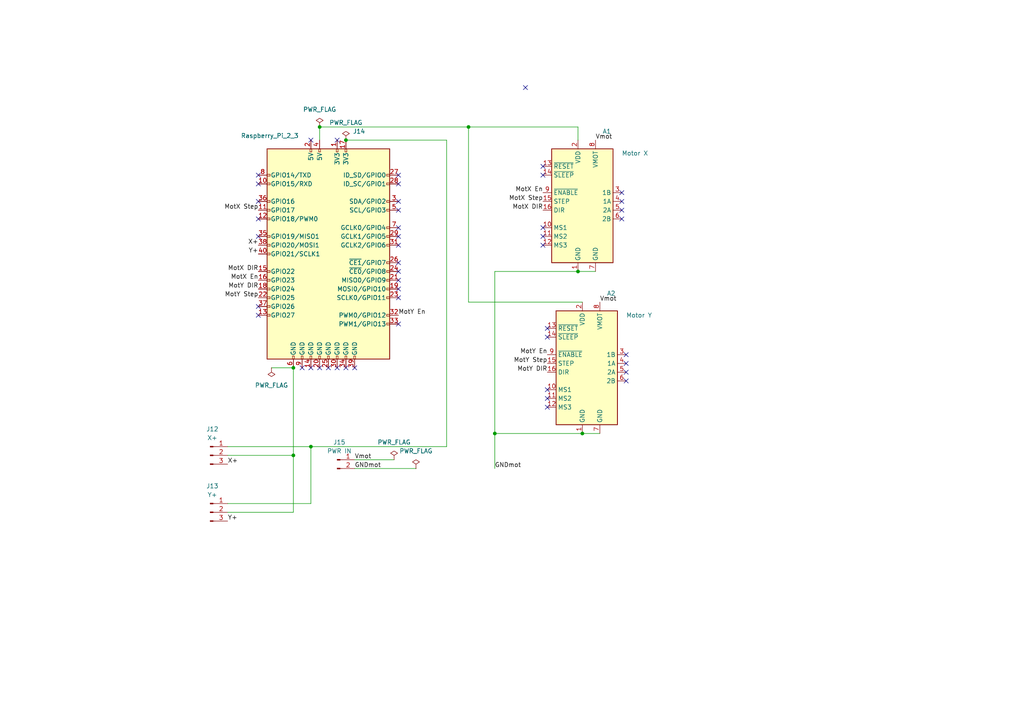
<source format=kicad_sch>
(kicad_sch (version 20211123) (generator eeschema)
  (paper "A4")
  (lib_symbols
    (symbol "Connector:Conn_01x02_Male" (pin_names (offset 1.016) hide)
      (property "Reference" "J" (at 0 2.54 0))
      (property "Value" "Conn_01x02_Male" (at 0 -5.08 0))
      (symbol "Conn_01x02_Male_1_1"
        (polyline (pts (xy 1.27 -2.54) (xy 0.8636 -2.54)) (stroke (width 0.1524)))
        (polyline (pts (xy 1.27 0) (xy 0.8636 0)) (stroke (width 0.1524)))
        (rectangle (start 0.8636 -2.413) (end 0 -2.667) (stroke (width 0.1524)) (fill (type outline)))
        (rectangle (start 0.8636 0.127) (end 0 -0.127) (stroke (width 0.1524)) (fill (type outline)))
        (pin passive line (at 5.08 0 180) (length 3.81) (name "Pin_1") (number "1"))
        (pin passive line (at 5.08 -2.54 180) (length 3.81) (name "Pin_2") (number "2"))
      )
    )
    (symbol "Connector:Conn_01x03_Male" (pin_names (offset 1.016) hide)
      (property "Reference" "J" (at 0 5.08 0))
      (property "Value" "Conn_01x03_Male" (at 0 -5.08 0))
      (symbol "Conn_01x03_Male_1_1"
        (polyline (pts (xy 1.27 -2.54) (xy 0.8636 -2.54)) (stroke (width 0.1524)))
        (polyline (pts (xy 1.27 0) (xy 0.8636 0)) (stroke (width 0.1524)))
        (polyline (pts (xy 1.27 2.54) (xy 0.8636 2.54)) (stroke (width 0.1524)))
        (rectangle (start 0.8636 -2.413) (end 0 -2.667) (stroke (width 0.1524)) (fill (type outline)))
        (rectangle (start 0.8636 0.127) (end 0 -0.127) (stroke (width 0.1524)) (fill (type outline)))
        (rectangle (start 0.8636 2.667) (end 0 2.413) (stroke (width 0.1524)) (fill (type outline)))
        (pin passive line (at 5.08 2.54 180) (length 3.81) (name "Pin_1") (number "1"))
        (pin passive line (at 5.08 0 180) (length 3.81) (name "Pin_2") (number "2"))
        (pin passive line (at 5.08 -2.54 180) (length 3.81) (name "Pin_3") (number "3"))
      )
    )
    (symbol "Connector:Raspberry_Pi_2_3" (pin_names (offset 1.016))
      (property "Reference" "J" (at -17.78 31.75 0))
      (property "Value" "Raspberry_Pi_2_3" (at 10.16 -31.75 0))
      (symbol "Raspberry_Pi_2_3_0_1"
        (rectangle (start -17.78 30.48) (end 17.78 -30.48) (stroke (width 0.254)) (fill (type background)))
      )
      (symbol "Raspberry_Pi_2_3_1_1"
        (rectangle (start -16.891 -17.526) (end -17.78 -18.034))
        (rectangle (start -16.891 -14.986) (end -17.78 -15.494))
        (rectangle (start -16.891 -12.446) (end -17.78 -12.954))
        (rectangle (start -16.891 -9.906) (end -17.78 -10.414))
        (rectangle (start -16.891 -7.366) (end -17.78 -7.874))
        (rectangle (start -16.891 -4.826) (end -17.78 -5.334))
        (rectangle (start -16.891 0.254) (end -17.78 -0.254))
        (rectangle (start -16.891 2.794) (end -17.78 2.286))
        (rectangle (start -16.891 5.334) (end -17.78 4.826))
        (rectangle (start -16.891 10.414) (end -17.78 9.906))
        (rectangle (start -16.891 12.954) (end -17.78 12.446))
        (rectangle (start -16.891 15.494) (end -17.78 14.986))
        (rectangle (start -16.891 20.574) (end -17.78 20.066))
        (rectangle (start -16.891 23.114) (end -17.78 22.606))
        (rectangle (start -10.414 -29.591) (end -9.906 -30.48))
        (rectangle (start -7.874 -29.591) (end -7.366 -30.48))
        (rectangle (start -5.334 -29.591) (end -4.826 -30.48))
        (rectangle (start -5.334 30.48) (end -4.826 29.591))
        (rectangle (start -2.794 -29.591) (end -2.286 -30.48))
        (rectangle (start -2.794 30.48) (end -2.286 29.591))
        (rectangle (start -0.254 -29.591) (end 0.254 -30.48))
        (rectangle (start 2.286 -29.591) (end 2.794 -30.48))
        (rectangle (start 2.286 30.48) (end 2.794 29.591))
        (rectangle (start 4.826 -29.591) (end 5.334 -30.48))
        (rectangle (start 4.826 30.48) (end 5.334 29.591))
        (rectangle (start 7.366 -29.591) (end 7.874 -30.48))
        (rectangle (start 17.78 -20.066) (end 16.891 -20.574))
        (rectangle (start 17.78 -17.526) (end 16.891 -18.034))
        (rectangle (start 17.78 -12.446) (end 16.891 -12.954))
        (rectangle (start 17.78 -9.906) (end 16.891 -10.414))
        (rectangle (start 17.78 -7.366) (end 16.891 -7.874))
        (rectangle (start 17.78 -4.826) (end 16.891 -5.334))
        (rectangle (start 17.78 -2.286) (end 16.891 -2.794))
        (rectangle (start 17.78 2.794) (end 16.891 2.286))
        (rectangle (start 17.78 5.334) (end 16.891 4.826))
        (rectangle (start 17.78 7.874) (end 16.891 7.366))
        (rectangle (start 17.78 12.954) (end 16.891 12.446))
        (rectangle (start 17.78 15.494) (end 16.891 14.986))
        (rectangle (start 17.78 20.574) (end 16.891 20.066))
        (rectangle (start 17.78 23.114) (end 16.891 22.606))
        (pin power_in line (at 2.54 33.02 270) (length 2.54) (name "3V3") (number "1"))
        (pin bidirectional line (at -20.32 20.32 0) (length 2.54) (name "GPIO15/RXD") (number "10"))
        (pin bidirectional line (at -20.32 12.7 0) (length 2.54) (name "GPIO17") (number "11"))
        (pin bidirectional line (at -20.32 10.16 0) (length 2.54) (name "GPIO18/PWM0") (number "12"))
        (pin bidirectional line (at -20.32 -17.78 0) (length 2.54) (name "GPIO27") (number "13"))
        (pin power_in line (at -5.08 -33.02 90) (length 2.54) (name "GND") (number "14"))
        (pin bidirectional line (at -20.32 -5.08 0) (length 2.54) (name "GPIO22") (number "15"))
        (pin bidirectional line (at -20.32 -7.62 0) (length 2.54) (name "GPIO23") (number "16"))
        (pin power_in line (at 5.08 33.02 270) (length 2.54) (name "3V3") (number "17"))
        (pin bidirectional line (at -20.32 -10.16 0) (length 2.54) (name "GPIO24") (number "18"))
        (pin bidirectional line (at 20.32 -10.16 180) (length 2.54) (name "MOSI0/GPIO10") (number "19"))
        (pin power_in line (at -5.08 33.02 270) (length 2.54) (name "5V") (number "2"))
        (pin power_in line (at -2.54 -33.02 90) (length 2.54) (name "GND") (number "20"))
        (pin bidirectional line (at 20.32 -7.62 180) (length 2.54) (name "MISO0/GPIO9") (number "21"))
        (pin bidirectional line (at -20.32 -12.7 0) (length 2.54) (name "GPIO25") (number "22"))
        (pin bidirectional line (at 20.32 -12.7 180) (length 2.54) (name "SCLK0/GPIO11") (number "23"))
        (pin bidirectional line (at 20.32 -5.08 180) (length 2.54) (name "~{CE0}/GPIO8") (number "24"))
        (pin power_in line (at 0 -33.02 90) (length 2.54) (name "GND") (number "25"))
        (pin bidirectional line (at 20.32 -2.54 180) (length 2.54) (name "~{CE1}/GPIO7") (number "26"))
        (pin bidirectional line (at 20.32 22.86 180) (length 2.54) (name "ID_SD/GPIO0") (number "27"))
        (pin bidirectional line (at 20.32 20.32 180) (length 2.54) (name "ID_SC/GPIO1") (number "28"))
        (pin bidirectional line (at 20.32 5.08 180) (length 2.54) (name "GCLK1/GPIO5") (number "29"))
        (pin bidirectional line (at 20.32 15.24 180) (length 2.54) (name "SDA/GPIO2") (number "3"))
        (pin power_in line (at 2.54 -33.02 90) (length 2.54) (name "GND") (number "30"))
        (pin bidirectional line (at 20.32 2.54 180) (length 2.54) (name "GCLK2/GPIO6") (number "31"))
        (pin bidirectional line (at 20.32 -17.78 180) (length 2.54) (name "PWM0/GPIO12") (number "32"))
        (pin bidirectional line (at 20.32 -20.32 180) (length 2.54) (name "PWM1/GPIO13") (number "33"))
        (pin power_in line (at 5.08 -33.02 90) (length 2.54) (name "GND") (number "34"))
        (pin bidirectional line (at -20.32 5.08 0) (length 2.54) (name "GPIO19/MISO1") (number "35"))
        (pin bidirectional line (at -20.32 15.24 0) (length 2.54) (name "GPIO16") (number "36"))
        (pin bidirectional line (at -20.32 -15.24 0) (length 2.54) (name "GPIO26") (number "37"))
        (pin bidirectional line (at -20.32 2.54 0) (length 2.54) (name "GPIO20/MOSI1") (number "38"))
        (pin power_in line (at 7.62 -33.02 90) (length 2.54) (name "GND") (number "39"))
        (pin power_in line (at -2.54 33.02 270) (length 2.54) (name "5V") (number "4"))
        (pin bidirectional line (at -20.32 0 0) (length 2.54) (name "GPIO21/SCLK1") (number "40"))
        (pin bidirectional line (at 20.32 12.7 180) (length 2.54) (name "SCL/GPIO3") (number "5"))
        (pin power_in line (at -10.16 -33.02 90) (length 2.54) (name "GND") (number "6"))
        (pin bidirectional line (at 20.32 7.62 180) (length 2.54) (name "GCLK0/GPIO4") (number "7"))
        (pin bidirectional line (at -20.32 22.86 0) (length 2.54) (name "GPIO14/TXD") (number "8"))
        (pin power_in line (at -7.62 -33.02 90) (length 2.54) (name "GND") (number "9"))
      )
    )
    (symbol "Driver_Motor:Pololu_Breakout_A4988"
      (property "Reference" "A" (at -2.54 19.05 0))
      (property "Value" "Pololu_Breakout_A4988" (at -2.54 16.51 0))
      (symbol "Pololu_Breakout_A4988_0_1"
        (rectangle (start 10.16 -17.78) (end -7.62 15.24) (stroke (width 0.254)) (fill (type background)))
      )
      (symbol "Pololu_Breakout_A4988_1_1"
        (pin power_in line (at 0 -20.32 90) (length 2.54) (name "GND") (number "1"))
        (pin input line (at -10.16 -7.62 0) (length 2.54) (name "MS1") (number "10"))
        (pin input line (at -10.16 -10.16 0) (length 2.54) (name "MS2") (number "11"))
        (pin input line (at -10.16 -12.7 0) (length 2.54) (name "MS3") (number "12"))
        (pin input line (at -10.16 10.16 0) (length 2.54) (name "~{RESET}") (number "13"))
        (pin input line (at -10.16 7.62 0) (length 2.54) (name "~{SLEEP}") (number "14"))
        (pin input line (at -10.16 0 0) (length 2.54) (name "STEP") (number "15"))
        (pin input line (at -10.16 -2.54 0) (length 2.54) (name "DIR") (number "16"))
        (pin power_in line (at 0 17.78 270) (length 2.54) (name "VDD") (number "2"))
        (pin output line (at 12.7 2.54 180) (length 2.54) (name "1B") (number "3"))
        (pin output line (at 12.7 0 180) (length 2.54) (name "1A") (number "4"))
        (pin output line (at 12.7 -2.54 180) (length 2.54) (name "2A") (number "5"))
        (pin output line (at 12.7 -5.08 180) (length 2.54) (name "2B") (number "6"))
        (pin power_in line (at 5.08 -20.32 90) (length 2.54) (name "GND") (number "7"))
        (pin power_in line (at 5.08 17.78 270) (length 2.54) (name "VMOT") (number "8"))
        (pin input line (at -10.16 2.54 0) (length 2.54) (name "~{ENABLE}") (number "9"))
      )
    )
    (symbol "power:PWR_FLAG" (power) (pin_numbers hide) (pin_names (offset 0) hide)
      (property "Value" "PWR_FLAG" (at 0 3.81 0))
      (symbol "PWR_FLAG_0_0"
        (pin power_out line (at 0 0 90) (length 0) (name "pwr") (number "1"))
      )
      (symbol "PWR_FLAG_0_1"
        (polyline (pts (xy 0 0) (xy 0 1.27) (xy -1.016 1.905) (xy 0 2.54) (xy 1.016 1.905) (xy 0 1.27)))
      )
    )
  )
  (junction (at 168.91 125.73))
  (junction (at 85.09 132.08))
  (junction (at 85.09 106.68))
  (junction (at 92.71 36.83))
  (junction (at 143.51 125.73))
  (junction (at 100.33 40.64))
  (junction (at 167.64 78.74))
  (junction (at 90.17 129.54))
  (junction (at 135.89 36.83))
  (no_connect (at 158.75 118.11))
  (no_connect (at 157.48 50.8))
  (no_connect (at 152.4 25.4))
  (no_connect (at 97.79 40.64))
  (no_connect (at 90.17 40.64))
  (no_connect (at 158.75 115.57))
  (no_connect (at 158.75 95.25))
  (no_connect (at 157.48 48.26))
  (no_connect (at 158.75 113.03))
  (no_connect (at 158.75 97.79))
  (no_connect (at 157.48 71.12))
  (no_connect (at 157.48 68.58))
  (no_connect (at 157.48 66.04))
  (no_connect (at 180.34 63.5))
  (no_connect (at 180.34 60.96))
  (no_connect (at 180.34 58.42))
  (no_connect (at 180.34 55.88))
  (no_connect (at 115.57 50.8))
  (no_connect (at 115.57 53.34))
  (no_connect (at 115.57 58.42))
  (no_connect (at 115.57 60.96))
  (no_connect (at 74.93 91.44))
  (no_connect (at 74.93 88.9))
  (no_connect (at 115.57 78.74))
  (no_connect (at 115.57 76.2))
  (no_connect (at 115.57 71.12))
  (no_connect (at 115.57 68.58))
  (no_connect (at 115.57 66.04))
  (no_connect (at 115.57 93.98))
  (no_connect (at 115.57 86.36))
  (no_connect (at 115.57 83.82))
  (no_connect (at 115.57 81.28))
  (no_connect (at 74.93 50.8))
  (no_connect (at 74.93 53.34))
  (no_connect (at 74.93 58.42))
  (no_connect (at 74.93 68.58))
  (no_connect (at 74.93 63.5))
  (no_connect (at 181.61 105.41))
  (no_connect (at 181.61 107.95))
  (no_connect (at 181.61 102.87))
  (no_connect (at 181.61 110.49))
  (no_connect (at 87.63 106.68))
  (no_connect (at 90.17 106.68))
  (no_connect (at 92.71 106.68))
  (no_connect (at 97.79 106.68))
  (no_connect (at 95.25 106.68))
  (no_connect (at 100.33 106.68))
  (no_connect (at 102.87 106.68))
  (wire (pts (xy 85.09 106.68) (xy 85.09 132.08)))
  (wire (pts (xy 143.51 135.89) (xy 143.51 125.73)))
  (wire (pts (xy 85.09 132.08) (xy 66.04 132.08)))
  (wire (pts (xy 143.51 78.74) (xy 143.51 125.73)))
  (wire (pts (xy 168.91 87.63) (xy 135.89 87.63)))
  (wire (pts (xy 85.09 148.59) (xy 66.04 148.59)))
  (wire (pts (xy 100.33 40.64) (xy 129.54 40.64)))
  (wire (pts (xy 78.74 106.68) (xy 85.09 106.68)))
  (wire (pts (xy 102.87 133.35) (xy 114.3 133.35)))
  (wire (pts (xy 66.04 129.54) (xy 90.17 129.54)))
  (wire (pts (xy 168.91 125.73) (xy 143.51 125.73)))
  (wire (pts (xy 167.64 78.74) (xy 172.72 78.74)))
  (wire (pts (xy 92.71 36.83) (xy 135.89 36.83)))
  (wire (pts (xy 90.17 146.05) (xy 90.17 129.54)))
  (wire (pts (xy 85.09 132.08) (xy 85.09 148.59)))
  (wire (pts (xy 92.71 40.64) (xy 92.71 36.83)))
  (wire (pts (xy 90.17 129.54) (xy 129.54 129.54)))
  (wire (pts (xy 129.54 40.64) (xy 129.54 129.54)))
  (wire (pts (xy 143.51 78.74) (xy 167.64 78.74)))
  (wire (pts (xy 102.87 135.89) (xy 120.65 135.89)))
  (wire (pts (xy 135.89 36.83) (xy 167.64 36.83)))
  (wire (pts (xy 168.91 125.73) (xy 173.99 125.73)))
  (wire (pts (xy 167.64 36.83) (xy 167.64 40.64)))
  (wire (pts (xy 135.89 87.63) (xy 135.89 36.83)))
  (wire (pts (xy 66.04 146.05) (xy 90.17 146.05)))
  (label "MotX DIR" (at 157.48 60.96 180))
  (label "X+" (at 66.04 134.62 0))
  (label "Y+" (at 66.04 151.13 0))
  (label "GNDmot" (at 102.87 135.89 0))
  (label "Y+" (at 74.93 73.66 180))
  (label "MotY Step" (at 74.93 86.36 180))
  (label "MotX Step" (at 157.48 58.42 180))
  (label "MotY DIR" (at 158.75 107.95 180))
  (label "MotY En" (at 115.57 91.44 0))
  (label "Vmot" (at 102.87 133.35 0))
  (label "MotY DIR" (at 74.93 83.82 180))
  (label "MotY Step" (at 158.75 105.41 180))
  (label "Vmot" (at 172.72 40.64 0))
  (label "MotY En" (at 158.75 102.87 180))
  (label "GNDmot" (at 143.51 135.89 0))
  (label "MotX En" (at 157.48 55.88 180))
  (label "MotX En" (at 74.93 81.28 180))
  (label "Vmot" (at 173.99 87.63 0))
  (label "MotX DIR" (at 74.93 78.74 180))
  (label "X+" (at 74.93 71.12 180))
  (label "MotX Step" (at 74.93 60.96 180))
  (symbol (lib_id "Connector:Conn_01x02_Male") (at 97.79 133.35 0) (unit 1)
    (property "Reference" "J15" (at 98.425 128.27 0))
    (property "Value" "PWR IN" (at 98.425 130.81 0))
    (property "Footprint" "Connector_JST:JST_XH_B2B-XH-A_1x02_P2.50mm_Vertical" (effects hide))
  )
  (symbol (lib_id "power:PWR_FLAG") (at 92.71 36.83 0) (unit 1)
    (property "Reference" "#FLG01" (effects hide))
    (property "Value" "PWR_FLAG" (at 92.71 31.75 0))
  )
  (symbol (lib_id "power:PWR_FLAG") (at 100.33 40.64 0) (unit 1)
    (property "Reference" "#FLG0106" (effects hide))
    (property "Value" "PWR_FLAG" (at 100.33 35.56 0))
  )
  (symbol (lib_id "Connector:Conn_01x03_Male") (at 60.96 132.08 0) (unit 1)
    (property "Reference" "J12" (at 61.595 124.46 0))
    (property "Value" "X+" (at 61.595 127 0))
    (property "Footprint" "Connector_JST:JST_XH_B3B-XH-A_1x03_P2.50mm_Vertical" (effects hide))
  )
  (symbol (lib_id "Driver_Motor:Pololu_Breakout_A4988") (at 167.64 58.42 0) (unit 1)
    (property "Reference" "A1" (at 174.7394 38.1 0) (effects (justify left)))
    (property "Value" "Motor X" (at 180.34 44.45 0) (effects (justify left)))
    (property "Footprint" "Module:Pololu_Breakout-16_15.2x20.3mm" (effects hide))
    (property "Datasheet" "https://www.pololu.com/product/2980/pictures" (effects hide))
  )
  (symbol (lib_id "power:PWR_FLAG") (at 120.65 135.89 0) (unit 1)
    (property "Reference" "#FLG0103" (effects hide))
    (property "Value" "PWR_FLAG" (at 120.65 130.81 0))
  )
  (symbol (lib_id "power:PWR_FLAG") (at 78.74 106.68 180) (unit 1)
    (property "Reference" "#FLG02" (effects hide))
    (property "Value" "PWR_FLAG" (at 78.74 111.76 0))
  )
  (symbol (lib_id "power:PWR_FLAG") (at 114.3 133.35 0) (unit 1)
    (property "Reference" "#FLG0102" (effects hide))
    (property "Value" "PWR_FLAG" (at 114.3 128.27 0))
  )
  (symbol (lib_id "Driver_Motor:Pololu_Breakout_A4988") (at 168.91 105.41 0) (unit 1)
    (property "Reference" "A2" (at 176.0094 85.09 0) (effects (justify left)))
    (property "Value" "Motor Y" (at 181.61 91.44 0) (effects (justify left)))
    (property "Footprint" "Module:Pololu_Breakout-16_15.2x20.3mm" (effects hide))
    (property "Datasheet" "https://www.pololu.com/product/2980/pictures" (effects hide))
  )
  (symbol (lib_id "Connector:Raspberry_Pi_2_3") (at 95.25 73.66 0) (unit 1)
    (property "Reference" "J14" (at 102.3494 38.1 0) (effects (justify left)))
    (property "Value" "Raspberry_Pi_2_3" (at 69.85 39.37 0) (effects (justify left)))
    (property "Footprint" "Connector_PinSocket_2.54mm:PinSocket_2x20_P2.54mm_Vertical" (effects hide))
    (property "Datasheet" "https://www.raspberrypi.org/documentation/hardware/raspberrypi/schematics/rpi_SCH_3bplus_1p0_reduced.pdf" (effects hide))
  )
  (symbol (lib_id "Connector:Conn_01x03_Male") (at 60.96 148.59 0) (unit 1)
    (property "Reference" "J13" (at 61.595 140.97 0))
    (property "Value" "Y+" (at 61.595 143.51 0))
    (property "Footprint" "Connector_JST:JST_XH_B3B-XH-A_1x03_P2.50mm_Vertical" (effects hide))
  )
)
</source>
